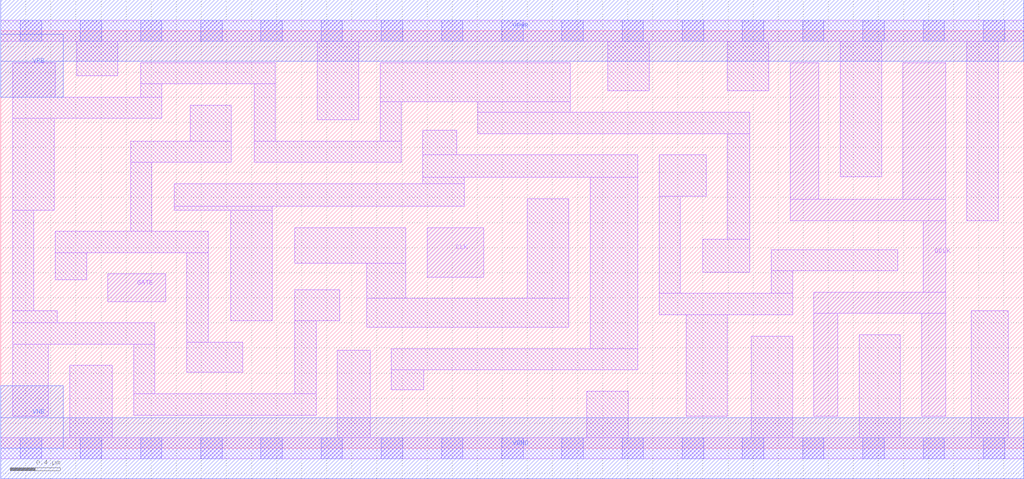
<source format=lef>
# Copyright 2020 The SkyWater PDK Authors
#
# Licensed under the Apache License, Version 2.0 (the "License");
# you may not use this file except in compliance with the License.
# You may obtain a copy of the License at
#
#     https://www.apache.org/licenses/LICENSE-2.0
#
# Unless required by applicable law or agreed to in writing, software
# distributed under the License is distributed on an "AS IS" BASIS,
# WITHOUT WARRANTIES OR CONDITIONS OF ANY KIND, either express or implied.
# See the License for the specific language governing permissions and
# limitations under the License.
#
# SPDX-License-Identifier: Apache-2.0

VERSION 5.5 ;
NAMESCASESENSITIVE ON ;
BUSBITCHARS "[]" ;
DIVIDERCHAR "/" ;
MACRO sky130_fd_sc_lp__dlclkp_4
  CLASS CORE ;
  SOURCE USER ;
  ORIGIN  0.000000  0.000000 ;
  SIZE  8.160000 BY  3.330000 ;
  SYMMETRY X Y R90 ;
  SITE unit ;
  PIN GATE
    ANTENNAGATEAREA  0.159000 ;
    DIRECTION INPUT ;
    USE SIGNAL ;
    PORT
      LAYER li1 ;
        RECT 0.855000 1.170000 1.315000 1.390000 ;
    END
  END GATE
  PIN GCLK
    ANTENNADIFFAREA  1.176000 ;
    DIRECTION OUTPUT ;
    USE SIGNAL ;
    PORT
      LAYER li1 ;
        RECT 6.295000 1.815000 7.535000 1.985000 ;
        RECT 6.295000 1.985000 6.525000 3.075000 ;
        RECT 6.485000 0.255000 6.675000 1.075000 ;
        RECT 6.485000 1.075000 7.535000 1.245000 ;
        RECT 7.195000 1.985000 7.535000 3.075000 ;
        RECT 7.345000 0.255000 7.535000 1.075000 ;
        RECT 7.355000 1.245000 7.535000 1.815000 ;
    END
  END GCLK
  PIN CLK
    ANTENNAGATEAREA  0.474000 ;
    DIRECTION INPUT ;
    USE CLOCK ;
    PORT
      LAYER li1 ;
        RECT 3.400000 1.365000 3.850000 1.760000 ;
    END
  END CLK
  PIN VGND
    DIRECTION INOUT ;
    USE GROUND ;
    PORT
      LAYER met1 ;
        RECT 0.000000 -0.245000 8.160000 0.245000 ;
    END
  END VGND
  PIN VNB
    DIRECTION INOUT ;
    USE GROUND ;
    PORT
      LAYER met1 ;
        RECT 0.000000 0.000000 0.500000 0.500000 ;
    END
  END VNB
  PIN VPB
    DIRECTION INOUT ;
    USE POWER ;
    PORT
      LAYER met1 ;
        RECT 0.000000 2.800000 0.500000 3.300000 ;
    END
  END VPB
  PIN VPWR
    DIRECTION INOUT ;
    USE POWER ;
    PORT
      LAYER met1 ;
        RECT 0.000000 3.085000 8.160000 3.575000 ;
    END
  END VPWR
  OBS
    LAYER li1 ;
      RECT 0.000000 -0.085000 8.160000 0.085000 ;
      RECT 0.000000  3.245000 8.160000 3.415000 ;
      RECT 0.095000  0.255000 0.380000 0.830000 ;
      RECT 0.095000  0.830000 1.230000 1.000000 ;
      RECT 0.095000  1.000000 0.450000 1.095000 ;
      RECT 0.095000  1.095000 0.265000 1.900000 ;
      RECT 0.095000  1.900000 0.425000 2.630000 ;
      RECT 0.095000  2.630000 1.285000 2.800000 ;
      RECT 0.095000  2.800000 0.435000 3.075000 ;
      RECT 0.435000  1.345000 0.685000 1.560000 ;
      RECT 0.435000  1.560000 1.655000 1.730000 ;
      RECT 0.550000  0.085000 0.890000 0.660000 ;
      RECT 0.605000  2.970000 0.935000 3.245000 ;
      RECT 1.035000  1.730000 1.205000 2.280000 ;
      RECT 1.035000  2.280000 1.840000 2.450000 ;
      RECT 1.060000  0.265000 2.515000 0.435000 ;
      RECT 1.060000  0.435000 1.230000 0.830000 ;
      RECT 1.115000  2.800000 1.285000 2.905000 ;
      RECT 1.115000  2.905000 2.190000 3.075000 ;
      RECT 1.385000  1.900000 2.165000 1.930000 ;
      RECT 1.385000  1.930000 3.695000 2.110000 ;
      RECT 1.485000  0.605000 1.930000 0.845000 ;
      RECT 1.485000  0.845000 1.655000 1.560000 ;
      RECT 1.510000  2.450000 1.840000 2.735000 ;
      RECT 1.835000  1.015000 2.165000 1.900000 ;
      RECT 2.020000  2.280000 3.195000 2.450000 ;
      RECT 2.020000  2.450000 2.190000 2.905000 ;
      RECT 2.345000  0.435000 2.515000 1.015000 ;
      RECT 2.345000  1.015000 2.705000 1.265000 ;
      RECT 2.345000  1.475000 3.230000 1.760000 ;
      RECT 2.525000  2.620000 2.855000 3.245000 ;
      RECT 2.685000  0.085000 2.945000 0.780000 ;
      RECT 2.920000  0.965000 4.530000 1.195000 ;
      RECT 2.920000  1.195000 3.230000 1.475000 ;
      RECT 3.025000  2.450000 3.195000 2.765000 ;
      RECT 3.025000  2.765000 4.540000 3.075000 ;
      RECT 3.115000  0.465000 3.375000 0.625000 ;
      RECT 3.115000  0.625000 5.080000 0.795000 ;
      RECT 3.365000  2.110000 3.695000 2.160000 ;
      RECT 3.365000  2.160000 5.080000 2.340000 ;
      RECT 3.365000  2.340000 3.635000 2.535000 ;
      RECT 3.805000  2.510000 5.975000 2.680000 ;
      RECT 3.805000  2.680000 4.540000 2.765000 ;
      RECT 4.200000  1.195000 4.530000 1.990000 ;
      RECT 4.675000  0.085000 5.005000 0.455000 ;
      RECT 4.700000  0.795000 5.080000 2.160000 ;
      RECT 4.840000  2.850000 5.170000 3.245000 ;
      RECT 5.250000  1.065000 6.315000 1.235000 ;
      RECT 5.250000  1.235000 5.420000 2.010000 ;
      RECT 5.250000  2.010000 5.625000 2.340000 ;
      RECT 5.465000  0.255000 5.795000 1.065000 ;
      RECT 5.600000  1.405000 5.975000 1.665000 ;
      RECT 5.795000  1.665000 5.975000 2.510000 ;
      RECT 5.795000  2.850000 6.125000 3.245000 ;
      RECT 5.985000  0.085000 6.315000 0.895000 ;
      RECT 6.145000  1.235000 6.315000 1.415000 ;
      RECT 6.145000  1.415000 7.155000 1.585000 ;
      RECT 6.695000  2.165000 7.025000 3.245000 ;
      RECT 6.845000  0.085000 7.175000 0.905000 ;
      RECT 7.705000  1.815000 7.955000 3.245000 ;
      RECT 7.740000  0.085000 8.035000 1.095000 ;
    LAYER mcon ;
      RECT 0.155000 -0.085000 0.325000 0.085000 ;
      RECT 0.155000  3.245000 0.325000 3.415000 ;
      RECT 0.635000 -0.085000 0.805000 0.085000 ;
      RECT 0.635000  3.245000 0.805000 3.415000 ;
      RECT 1.115000 -0.085000 1.285000 0.085000 ;
      RECT 1.115000  3.245000 1.285000 3.415000 ;
      RECT 1.595000 -0.085000 1.765000 0.085000 ;
      RECT 1.595000  3.245000 1.765000 3.415000 ;
      RECT 2.075000 -0.085000 2.245000 0.085000 ;
      RECT 2.075000  3.245000 2.245000 3.415000 ;
      RECT 2.555000 -0.085000 2.725000 0.085000 ;
      RECT 2.555000  3.245000 2.725000 3.415000 ;
      RECT 3.035000 -0.085000 3.205000 0.085000 ;
      RECT 3.035000  3.245000 3.205000 3.415000 ;
      RECT 3.515000 -0.085000 3.685000 0.085000 ;
      RECT 3.515000  3.245000 3.685000 3.415000 ;
      RECT 3.995000 -0.085000 4.165000 0.085000 ;
      RECT 3.995000  3.245000 4.165000 3.415000 ;
      RECT 4.475000 -0.085000 4.645000 0.085000 ;
      RECT 4.475000  3.245000 4.645000 3.415000 ;
      RECT 4.955000 -0.085000 5.125000 0.085000 ;
      RECT 4.955000  3.245000 5.125000 3.415000 ;
      RECT 5.435000 -0.085000 5.605000 0.085000 ;
      RECT 5.435000  3.245000 5.605000 3.415000 ;
      RECT 5.915000 -0.085000 6.085000 0.085000 ;
      RECT 5.915000  3.245000 6.085000 3.415000 ;
      RECT 6.395000 -0.085000 6.565000 0.085000 ;
      RECT 6.395000  3.245000 6.565000 3.415000 ;
      RECT 6.875000 -0.085000 7.045000 0.085000 ;
      RECT 6.875000  3.245000 7.045000 3.415000 ;
      RECT 7.355000 -0.085000 7.525000 0.085000 ;
      RECT 7.355000  3.245000 7.525000 3.415000 ;
      RECT 7.835000 -0.085000 8.005000 0.085000 ;
      RECT 7.835000  3.245000 8.005000 3.415000 ;
  END
END sky130_fd_sc_lp__dlclkp_4
END LIBRARY

</source>
